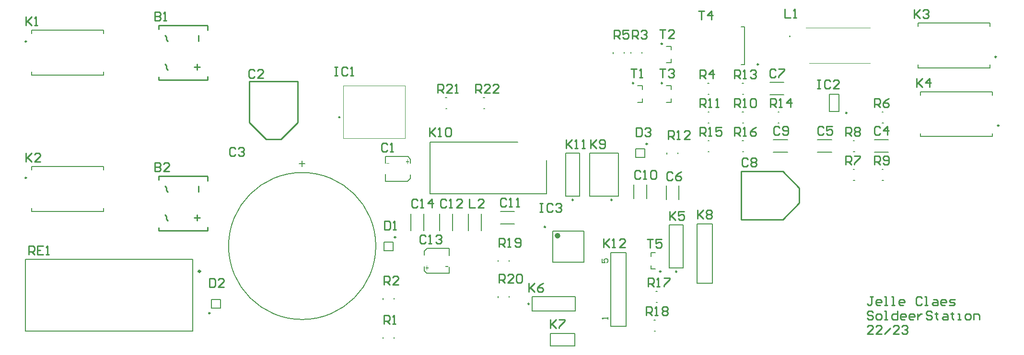
<source format=gto>
G04*
G04 #@! TF.GenerationSoftware,Altium Limited,Altium Designer,23.2.1 (34)*
G04*
G04 Layer_Color=65535*
%FSLAX44Y44*%
%MOMM*%
G71*
G04*
G04 #@! TF.SameCoordinates,88D0D14B-AD0B-4371-A2B6-2D90086A33F9*
G04*
G04*
G04 #@! TF.FilePolarity,Positive*
G04*
G01*
G75*
%ADD10C,0.2500*%
%ADD11C,0.2000*%
%ADD12C,0.4000*%
%ADD13C,0.5000*%
%ADD14C,0.3000*%
%ADD15C,0.2540*%
%ADD16C,0.1524*%
%ADD17C,0.1000*%
G36*
X760620Y172345D02*
X755461D01*
Y173635D01*
X760620D01*
Y172345D01*
D02*
G37*
G36*
X723720Y170915D02*
X725966D01*
Y169625D01*
X723720D01*
Y165716D01*
X722430D01*
Y169625D01*
X720807D01*
Y170915D01*
X722430D01*
Y174316D01*
X723720D01*
Y170915D01*
D02*
G37*
G36*
X656779Y354685D02*
X651619D01*
Y355975D01*
X656779D01*
Y354685D01*
D02*
G37*
G36*
X689809Y358695D02*
X691433D01*
Y357405D01*
X689809D01*
Y354004D01*
X688520D01*
Y357405D01*
X686273D01*
Y358695D01*
X688520D01*
Y362604D01*
X689809D01*
Y358695D01*
D02*
G37*
D10*
X1464970Y444780D02*
G03*
X1464970Y444780I-1250J0D01*
G01*
X932815Y242880D02*
G03*
X932815Y242880I-1250J0D01*
G01*
X16020Y571180D02*
G03*
X16020Y571180I-1250J0D01*
G01*
Y329880D02*
G03*
X16020Y329880I-1250J0D01*
G01*
X1308770Y530580D02*
G03*
X1308770Y530580I-1250J0D01*
G01*
X1733470Y422280D02*
G03*
X1733470Y422280I-1250J0D01*
G01*
X1728920Y543880D02*
G03*
X1728920Y543880I-1250J0D01*
G01*
X1050270Y290680D02*
G03*
X1050270Y290680I-1250J0D01*
G01*
X981690D02*
G03*
X981690Y290680I-1250J0D01*
G01*
X904070Y106680D02*
G03*
X904070Y106680I-1250J0D01*
G01*
X1164570Y163680D02*
G03*
X1164570Y163680I-1250J0D01*
G01*
X340170Y90330D02*
G03*
X340170Y90330I-1250J0D01*
G01*
X668170Y224630D02*
G03*
X668170Y224630I-1250J0D01*
G01*
X1139170Y566980D02*
G03*
X1139170Y566980I-1250J0D01*
G01*
Y497180D02*
G03*
X1139170Y497180I-1250J0D01*
G01*
X1088370D02*
G03*
X1088370Y497180I-1250J0D01*
G01*
X1136470Y163880D02*
G03*
X1136470Y163880I-1250J0D01*
G01*
X1112670Y389730D02*
G03*
X1112670Y389730I-1250J0D01*
G01*
D11*
X632920Y209080D02*
G03*
X632920Y209080I-130000J0D01*
G01*
X1364070Y580880D02*
G03*
X1364070Y578880I0J-1000D01*
G01*
D02*
G03*
X1364070Y580880I0J1000D01*
G01*
X1434220Y477780D02*
X1451220D01*
X1434220Y446780D02*
X1451220D01*
X1434220D02*
Y477780D01*
X1451220Y446780D02*
Y477780D01*
X497840Y354660D02*
X508000D01*
X502920Y349580D02*
Y359740D01*
X1048270Y197080D02*
X1075170D01*
X1048270Y67080D02*
Y197080D01*
Y67080D02*
X1075170D01*
Y197080D01*
X14170Y90170D02*
Y153670D01*
X309250Y58420D02*
Y185420D01*
X14170Y58420D02*
Y90170D01*
Y58420D02*
X309250D01*
X14170Y153670D02*
Y185420D01*
X15594D01*
X309250D01*
X664972Y45900D02*
Y47900D01*
X645668Y45614D02*
Y47614D01*
X664972Y114946D02*
Y116946D01*
X645668Y114660D02*
Y116660D01*
X1103122Y550450D02*
Y552450D01*
X1083818Y550164D02*
Y552164D01*
X1219486Y478028D02*
X1221486D01*
X1219200Y497332D02*
X1221200D01*
X1052068Y549910D02*
Y551910D01*
X1071372Y550196D02*
Y552196D01*
X1527154Y446532D02*
X1529154D01*
X1527440Y427228D02*
X1529440D01*
X1476640Y325628D02*
X1478640D01*
X1476354Y344932D02*
X1478354D01*
X1476354Y395732D02*
X1478354D01*
X1476640Y376428D02*
X1478640D01*
X1527440Y325628D02*
X1529440D01*
X1527154Y344932D02*
X1529154D01*
X1280054Y446532D02*
X1282054D01*
X1280340Y427228D02*
X1282340D01*
X1219740D02*
X1221740D01*
X1219454Y446532D02*
X1221454D01*
X1166622Y372396D02*
Y374396D01*
X1147318Y372110D02*
Y374110D01*
X1280340Y478028D02*
X1282340D01*
X1280054Y497332D02*
X1282054D01*
X1343004Y446532D02*
X1345004D01*
X1343290Y427228D02*
X1345290D01*
X1219740Y376428D02*
X1221740D01*
X1219454Y395732D02*
X1221454D01*
X1280054D02*
X1282054D01*
X1280340Y376428D02*
X1282340D01*
X1127940Y109728D02*
X1129940D01*
X1127654Y129032D02*
X1129654D01*
X1124204Y78232D02*
X1126204D01*
X1124490Y58928D02*
X1126490D01*
X868172Y182150D02*
Y184150D01*
X848868Y181864D02*
Y183864D01*
X868172Y118396D02*
Y120396D01*
X848868Y118110D02*
Y120110D01*
X756190Y452628D02*
X758190D01*
X755904Y471932D02*
X757904D01*
X822854D02*
X824854D01*
X823140Y452628D02*
X825140D01*
X945320Y235780D02*
X1000320D01*
Y180780D02*
Y235780D01*
X945320Y180780D02*
X1000320D01*
X945320D02*
Y235780D01*
X25270Y511680D02*
Y517180D01*
Y511680D02*
X152270D01*
Y517180D01*
Y585180D02*
Y590680D01*
X25270D02*
X152270D01*
X25270Y585180D02*
Y590680D01*
Y270380D02*
Y275880D01*
Y270380D02*
X152270D01*
Y275880D01*
Y343880D02*
Y349380D01*
X25270D02*
X152270D01*
X25270Y343880D02*
Y349380D01*
X1412797Y374830D02*
X1437859D01*
X1412797Y397330D02*
X1437859D01*
X1334939D02*
X1360001D01*
X1334939Y374830D02*
X1360001D01*
X1328589Y476430D02*
X1353651D01*
X1328589Y498930D02*
X1353651D01*
X1168220Y290999D02*
Y316061D01*
X1145720Y290999D02*
Y316061D01*
X1513397Y374830D02*
X1538459D01*
X1513397Y397330D02*
X1538459D01*
X1278020Y597380D02*
X1284020D01*
Y530380D02*
Y597380D01*
X1278020Y530380D02*
X1284020D01*
X1721720Y402780D02*
Y408280D01*
X1594720Y402780D02*
X1721720D01*
X1594720D02*
Y408280D01*
Y476280D02*
Y481780D01*
X1721720D01*
Y476280D02*
Y481780D01*
X1717170Y524380D02*
Y529880D01*
X1590170Y524380D02*
X1717170D01*
X1590170D02*
Y529880D01*
Y597880D02*
Y603380D01*
X1717170D01*
Y597880D02*
Y603380D01*
X1010919Y297182D02*
X1061719D01*
Y373382D01*
X1010919D02*
X1061719D01*
X1010919Y297182D02*
Y373382D01*
X967990Y373380D02*
X992890D01*
X967990Y297180D02*
X992890D01*
Y373380D01*
X967990Y297180D02*
Y373380D01*
X985520Y94230D02*
Y119130D01*
X909320Y94230D02*
Y119130D01*
Y94230D02*
X985520D01*
X909320Y119130D02*
X985520D01*
X1150870Y246380D02*
X1175770D01*
X1150870Y170180D02*
X1175770D01*
Y246380D01*
X1150870Y170180D02*
Y246380D01*
X941070Y54180D02*
X984570D01*
Y32180D02*
Y54180D01*
X941070Y32180D02*
X984570D01*
X941070D02*
Y54180D01*
X1200670Y247880D02*
X1227570D01*
X1200670Y143280D02*
Y247880D01*
Y143280D02*
X1227570D01*
Y247880D01*
X852997Y247830D02*
X878059D01*
X852997Y270330D02*
X878059D01*
X1111070Y292657D02*
Y317719D01*
X1088570Y292657D02*
Y317719D01*
X342270Y98880D02*
X358770D01*
Y114480D01*
X342270D02*
X358770D01*
X342270Y98880D02*
Y114480D01*
X647070Y216080D02*
X663570D01*
X647070Y200480D02*
Y216080D01*
Y200480D02*
X663570D01*
Y216080D01*
X1154420Y533380D02*
Y539980D01*
X1146270Y533380D02*
X1154420D01*
Y555980D02*
Y562580D01*
X1146270D02*
X1154420D01*
Y463580D02*
Y470180D01*
X1146270Y463580D02*
X1154420D01*
Y486180D02*
Y492780D01*
X1146270D02*
X1154420D01*
X1103620Y463580D02*
Y470180D01*
X1095470Y463580D02*
X1103620D01*
Y486180D02*
Y492780D01*
X1095470D02*
X1103620D01*
X1118720Y190880D02*
Y197480D01*
X1126870D01*
X1118720Y168280D02*
Y174880D01*
Y168280D02*
X1126870D01*
X796439Y236541D02*
Y265603D01*
X819001Y236541D02*
Y265603D01*
X717401Y236541D02*
Y265603D01*
X694839Y236541D02*
Y265603D01*
X768201Y236541D02*
Y265603D01*
X745639Y236541D02*
Y265603D01*
X1091570Y381180D02*
X1108070D01*
X1091570Y365580D02*
Y381180D01*
Y365580D02*
X1108070D01*
Y381180D01*
X728520Y392730D02*
X883920D01*
X728520Y301230D02*
Y392730D01*
Y301230D02*
X934720D01*
Y360680D01*
D12*
X322479Y164380D02*
G03*
X322479Y164380I-1259J0D01*
G01*
D13*
X956320Y227280D02*
G03*
X956320Y227280I-2500J0D01*
G01*
D14*
X567920Y436880D02*
G03*
X568920Y436880I500J0D01*
G01*
D02*
G03*
X567920Y436880I-500J0D01*
G01*
D15*
X450049Y398018D02*
X465328D01*
X494620Y427310D01*
X409620Y427400D02*
X439002Y398018D01*
X409620Y427400D02*
Y500380D01*
X494620D01*
Y427310D02*
Y500380D01*
X439002Y398018D02*
X450049D01*
X1380772Y285332D02*
Y296379D01*
X1278410Y340950D02*
X1351480D01*
X1278410Y255950D02*
Y340950D01*
Y255950D02*
X1351390D01*
X1380772Y285332D01*
X1351480Y340950D02*
X1380772Y311658D01*
Y296379D02*
Y311658D01*
X249100Y593090D02*
Y599457D01*
X297377D01*
X335263D02*
X336110Y598610D01*
Y590804D02*
Y598610D01*
X297377Y502903D02*
X336110D01*
Y508762D01*
X297377Y599457D02*
X335263D01*
X292100Y502903D02*
X297377D01*
X249100D02*
X292100D01*
X249100D02*
Y508508D01*
Y236203D02*
Y241808D01*
Y236203D02*
X292100D01*
X297377D01*
Y332757D02*
X335263D01*
X336110Y236203D02*
Y242062D01*
X297377Y236203D02*
X336110D01*
Y324104D02*
Y331910D01*
X335263Y332757D02*
X336110Y331910D01*
X249100Y332757D02*
X297377D01*
X249100Y326390D02*
Y332757D01*
X384553Y380996D02*
X382014Y383535D01*
X376935D01*
X374396Y380996D01*
Y370839D01*
X376935Y368300D01*
X382014D01*
X384553Y370839D01*
X389631Y380996D02*
X392170Y383535D01*
X397249D01*
X399788Y380996D01*
Y378457D01*
X397249Y375918D01*
X394709D01*
X397249D01*
X399788Y373378D01*
Y370839D01*
X397249Y368300D01*
X392170D01*
X389631Y370839D01*
X1511297Y53340D02*
X1501140D01*
X1511297Y63497D01*
Y66036D01*
X1508757Y68575D01*
X1503679D01*
X1501140Y66036D01*
X1526532Y53340D02*
X1516375D01*
X1526532Y63497D01*
Y66036D01*
X1523993Y68575D01*
X1518914D01*
X1516375Y66036D01*
X1531610Y53340D02*
X1541767Y63497D01*
X1557002Y53340D02*
X1546845D01*
X1557002Y63497D01*
Y66036D01*
X1554463Y68575D01*
X1549384D01*
X1546845Y66036D01*
X1562080D02*
X1564619Y68575D01*
X1569698D01*
X1572237Y66036D01*
Y63497D01*
X1569698Y60957D01*
X1567159D01*
X1569698D01*
X1572237Y58418D01*
Y55879D01*
X1569698Y53340D01*
X1564619D01*
X1562080Y55879D01*
X1511297Y91436D02*
X1508757Y93975D01*
X1503679D01*
X1501140Y91436D01*
Y88897D01*
X1503679Y86357D01*
X1508757D01*
X1511297Y83818D01*
Y81279D01*
X1508757Y78740D01*
X1503679D01*
X1501140Y81279D01*
X1518914Y78740D02*
X1523993D01*
X1526532Y81279D01*
Y86357D01*
X1523993Y88897D01*
X1518914D01*
X1516375Y86357D01*
Y81279D01*
X1518914Y78740D01*
X1531610D02*
X1536689D01*
X1534149D01*
Y93975D01*
X1531610D01*
X1554463D02*
Y78740D01*
X1546845D01*
X1544306Y81279D01*
Y86357D01*
X1546845Y88897D01*
X1554463D01*
X1567159Y78740D02*
X1562080D01*
X1559541Y81279D01*
Y86357D01*
X1562080Y88897D01*
X1567159D01*
X1569698Y86357D01*
Y83818D01*
X1559541D01*
X1582394Y78740D02*
X1577315D01*
X1574776Y81279D01*
Y86357D01*
X1577315Y88897D01*
X1582394D01*
X1584933Y86357D01*
Y83818D01*
X1574776D01*
X1590011Y88897D02*
Y78740D01*
Y83818D01*
X1592550Y86357D01*
X1595090Y88897D01*
X1597629D01*
X1615403Y91436D02*
X1612864Y93975D01*
X1607785D01*
X1605246Y91436D01*
Y88897D01*
X1607785Y86357D01*
X1612864D01*
X1615403Y83818D01*
Y81279D01*
X1612864Y78740D01*
X1607785D01*
X1605246Y81279D01*
X1623021Y91436D02*
Y88897D01*
X1620481D01*
X1625560D01*
X1623021D01*
Y81279D01*
X1625560Y78740D01*
X1635717Y88897D02*
X1640795D01*
X1643334Y86357D01*
Y78740D01*
X1635717D01*
X1633177Y81279D01*
X1635717Y83818D01*
X1643334D01*
X1650952Y91436D02*
Y88897D01*
X1648412D01*
X1653491D01*
X1650952D01*
Y81279D01*
X1653491Y78740D01*
X1661108D02*
X1666187D01*
X1663647D01*
Y88897D01*
X1661108D01*
X1676343Y78740D02*
X1681422D01*
X1683961Y81279D01*
Y86357D01*
X1681422Y88897D01*
X1676343D01*
X1673804Y86357D01*
Y81279D01*
X1676343Y78740D01*
X1689039D02*
Y88897D01*
X1696657D01*
X1699196Y86357D01*
Y78740D01*
X1511297Y119375D02*
X1506218D01*
X1508757D01*
Y106679D01*
X1506218Y104140D01*
X1503679D01*
X1501140Y106679D01*
X1523993Y104140D02*
X1518914D01*
X1516375Y106679D01*
Y111757D01*
X1518914Y114297D01*
X1523993D01*
X1526532Y111757D01*
Y109218D01*
X1516375D01*
X1531610Y104140D02*
X1536689D01*
X1534149D01*
Y119375D01*
X1531610D01*
X1544306Y104140D02*
X1549384D01*
X1546845D01*
Y119375D01*
X1544306D01*
X1564619Y104140D02*
X1559541D01*
X1557002Y106679D01*
Y111757D01*
X1559541Y114297D01*
X1564619D01*
X1567159Y111757D01*
Y109218D01*
X1557002D01*
X1597629Y116836D02*
X1595090Y119375D01*
X1590011D01*
X1587472Y116836D01*
Y106679D01*
X1590011Y104140D01*
X1595090D01*
X1597629Y106679D01*
X1602707Y104140D02*
X1607785D01*
X1605246D01*
Y119375D01*
X1602707D01*
X1617942Y114297D02*
X1623021D01*
X1625560Y111757D01*
Y104140D01*
X1617942D01*
X1615403Y106679D01*
X1617942Y109218D01*
X1625560D01*
X1638256Y104140D02*
X1633177D01*
X1630638Y106679D01*
Y111757D01*
X1633177Y114297D01*
X1638256D01*
X1640795Y111757D01*
Y109218D01*
X1630638D01*
X1645873Y104140D02*
X1653491D01*
X1656030Y106679D01*
X1653491Y109218D01*
X1648412D01*
X1645873Y111757D01*
X1648412Y114297D01*
X1656030D01*
X260350Y581660D02*
X262889Y579121D01*
Y574042D01*
X265428Y571503D01*
X260350Y530860D02*
X262889Y528321D01*
Y523242D01*
X265429Y520703D01*
X320040Y581660D02*
Y571503D01*
X317498Y531114D02*
Y520957D01*
X322577Y526036D02*
X312420D01*
X317498Y264414D02*
Y254257D01*
X322577Y259336D02*
X312420D01*
X320040Y314960D02*
Y304803D01*
X260350Y264160D02*
X262889Y261621D01*
Y256542D01*
X265429Y254003D01*
X260350Y314960D02*
X262889Y312421D01*
Y307342D01*
X265428Y304803D01*
X653031Y388870D02*
X650491Y391409D01*
X645413D01*
X642874Y388870D01*
Y378713D01*
X645413Y376174D01*
X650491D01*
X653031Y378713D01*
X658109Y376174D02*
X663187D01*
X660648D01*
Y391409D01*
X658109Y388870D01*
X1202690Y625343D02*
X1212847D01*
X1207768D01*
Y610108D01*
X1225543D02*
Y625343D01*
X1217925Y617725D01*
X1228082D01*
X721357Y226310D02*
X718818Y228849D01*
X713739D01*
X711200Y226310D01*
Y216153D01*
X713739Y213614D01*
X718818D01*
X721357Y216153D01*
X726435Y213614D02*
X731513D01*
X728974D01*
Y228849D01*
X726435Y226310D01*
X739131D02*
X741670Y228849D01*
X746749D01*
X749288Y226310D01*
Y223771D01*
X746749Y221231D01*
X744209D01*
X746749D01*
X749288Y218692D01*
Y216153D01*
X746749Y213614D01*
X741670D01*
X739131Y216153D01*
X1112012Y221483D02*
X1122169D01*
X1117090D01*
Y206248D01*
X1137404Y221483D02*
X1127247D01*
Y213866D01*
X1132325Y216405D01*
X1134865D01*
X1137404Y213866D01*
Y208787D01*
X1134865Y206248D01*
X1129786D01*
X1127247Y208787D01*
X1134618Y522473D02*
X1144775D01*
X1139696D01*
Y507238D01*
X1149853Y519934D02*
X1152392Y522473D01*
X1157471D01*
X1160010Y519934D01*
Y517395D01*
X1157471Y514855D01*
X1154931D01*
X1157471D01*
X1160010Y512316D01*
Y509777D01*
X1157471Y507238D01*
X1152392D01*
X1149853Y509777D01*
X1134618Y592323D02*
X1144775D01*
X1139696D01*
Y577088D01*
X1160010D02*
X1149853D01*
X1160010Y587245D01*
Y589784D01*
X1157471Y592323D01*
X1152392D01*
X1149853Y589784D01*
X1083818Y522473D02*
X1093975D01*
X1088896D01*
Y507238D01*
X1099053D02*
X1104131D01*
X1101592D01*
Y522473D01*
X1099053Y519934D01*
X20320Y194056D02*
Y209291D01*
X27938D01*
X30477Y206752D01*
Y201674D01*
X27938Y199134D01*
X20320D01*
X25398D02*
X30477Y194056D01*
X45712Y209291D02*
X35555D01*
Y194056D01*
X45712D01*
X35555Y201674D02*
X40633D01*
X50790Y194056D02*
X55869D01*
X53329D01*
Y209291D01*
X50790Y206752D01*
X809244Y480060D02*
Y495295D01*
X816861D01*
X819401Y492756D01*
Y487677D01*
X816861Y485138D01*
X809244D01*
X814322D02*
X819401Y480060D01*
X834636D02*
X824479D01*
X834636Y490217D01*
Y492756D01*
X832097Y495295D01*
X827018D01*
X824479Y492756D01*
X849871Y480060D02*
X839714D01*
X849871Y490217D01*
Y492756D01*
X847332Y495295D01*
X842253D01*
X839714Y492756D01*
X742188Y480060D02*
Y495295D01*
X749806D01*
X752345Y492756D01*
Y487677D01*
X749806Y485138D01*
X742188D01*
X747266D02*
X752345Y480060D01*
X767580D02*
X757423D01*
X767580Y490217D01*
Y492756D01*
X765041Y495295D01*
X759962D01*
X757423Y492756D01*
X772658Y480060D02*
X777737D01*
X775197D01*
Y495295D01*
X772658Y492756D01*
X850900Y144272D02*
Y159507D01*
X858518D01*
X861057Y156968D01*
Y151889D01*
X858518Y149350D01*
X850900D01*
X855978D02*
X861057Y144272D01*
X876292D02*
X866135D01*
X876292Y154429D01*
Y156968D01*
X873753Y159507D01*
X868674D01*
X866135Y156968D01*
X881370D02*
X883909Y159507D01*
X888988D01*
X891527Y156968D01*
Y146811D01*
X888988Y144272D01*
X883909D01*
X881370Y146811D01*
Y156968D01*
X850900Y207772D02*
Y223007D01*
X858518D01*
X861057Y220468D01*
Y215389D01*
X858518Y212850D01*
X850900D01*
X855978D02*
X861057Y207772D01*
X866135D02*
X871213D01*
X868674D01*
Y223007D01*
X866135Y220468D01*
X878831Y210311D02*
X881370Y207772D01*
X886449D01*
X888988Y210311D01*
Y220468D01*
X886449Y223007D01*
X881370D01*
X878831Y220468D01*
Y217929D01*
X881370Y215389D01*
X888988D01*
X1110488Y86360D02*
Y101595D01*
X1118105D01*
X1120645Y99056D01*
Y93977D01*
X1118105Y91438D01*
X1110488D01*
X1115566D02*
X1120645Y86360D01*
X1125723D02*
X1130801D01*
X1128262D01*
Y101595D01*
X1125723Y99056D01*
X1138419D02*
X1140958Y101595D01*
X1146037D01*
X1148576Y99056D01*
Y96517D01*
X1146037Y93977D01*
X1148576Y91438D01*
Y88899D01*
X1146037Y86360D01*
X1140958D01*
X1138419Y88899D01*
Y91438D01*
X1140958Y93977D01*
X1138419Y96517D01*
Y99056D01*
X1140958Y93977D02*
X1146037D01*
X1114044Y137160D02*
Y152395D01*
X1121662D01*
X1124201Y149856D01*
Y144777D01*
X1121662Y142238D01*
X1114044D01*
X1119122D02*
X1124201Y137160D01*
X1129279D02*
X1134357D01*
X1131818D01*
Y152395D01*
X1129279Y149856D01*
X1141975Y152395D02*
X1152132D01*
Y149856D01*
X1141975Y139699D01*
Y137160D01*
X1266444Y403860D02*
Y419095D01*
X1274062D01*
X1276601Y416556D01*
Y411478D01*
X1274062Y408938D01*
X1266444D01*
X1271522D02*
X1276601Y403860D01*
X1281679D02*
X1286757D01*
X1284218D01*
Y419095D01*
X1281679Y416556D01*
X1304532Y419095D02*
X1299453Y416556D01*
X1294375Y411478D01*
Y406399D01*
X1296914Y403860D01*
X1301992D01*
X1304532Y406399D01*
Y408938D01*
X1301992Y411478D01*
X1294375D01*
X1205738Y403860D02*
Y419095D01*
X1213355D01*
X1215895Y416556D01*
Y411478D01*
X1213355Y408938D01*
X1205738D01*
X1210816D02*
X1215895Y403860D01*
X1220973D02*
X1226051D01*
X1223512D01*
Y419095D01*
X1220973Y416556D01*
X1243826Y419095D02*
X1233669D01*
Y411478D01*
X1238747Y414017D01*
X1241286D01*
X1243826Y411478D01*
Y406399D01*
X1241286Y403860D01*
X1236208D01*
X1233669Y406399D01*
X1329436Y454660D02*
Y469895D01*
X1337054D01*
X1339593Y467356D01*
Y462277D01*
X1337054Y459738D01*
X1329436D01*
X1334514D02*
X1339593Y454660D01*
X1344671D02*
X1349749D01*
X1347210D01*
Y469895D01*
X1344671Y467356D01*
X1364984Y454660D02*
Y469895D01*
X1357367Y462277D01*
X1367524D01*
X1266444Y505460D02*
Y520695D01*
X1274062D01*
X1276601Y518156D01*
Y513078D01*
X1274062Y510538D01*
X1266444D01*
X1271522D02*
X1276601Y505460D01*
X1281679D02*
X1286757D01*
X1284218D01*
Y520695D01*
X1281679Y518156D01*
X1294375D02*
X1296914Y520695D01*
X1301992D01*
X1304532Y518156D01*
Y515617D01*
X1301992Y513078D01*
X1299453D01*
X1301992D01*
X1304532Y510538D01*
Y507999D01*
X1301992Y505460D01*
X1296914D01*
X1294375Y507999D01*
X1149350Y398272D02*
Y413507D01*
X1156967D01*
X1159507Y410968D01*
Y405890D01*
X1156967Y403350D01*
X1149350D01*
X1154428D02*
X1159507Y398272D01*
X1164585D02*
X1169663D01*
X1167124D01*
Y413507D01*
X1164585Y410968D01*
X1187438Y398272D02*
X1177281D01*
X1187438Y408429D01*
Y410968D01*
X1184899Y413507D01*
X1179820D01*
X1177281Y410968D01*
X1205738Y454660D02*
Y469895D01*
X1213355D01*
X1215895Y467356D01*
Y462277D01*
X1213355Y459738D01*
X1205738D01*
X1210816D02*
X1215895Y454660D01*
X1220973D02*
X1226051D01*
X1223512D01*
Y469895D01*
X1220973Y467356D01*
X1233669Y454660D02*
X1238747D01*
X1236208D01*
Y469895D01*
X1233669Y467356D01*
X1266444Y454660D02*
Y469895D01*
X1274062D01*
X1276601Y467356D01*
Y462277D01*
X1274062Y459738D01*
X1266444D01*
X1271522D02*
X1276601Y454660D01*
X1281679D02*
X1286757D01*
X1284218D01*
Y469895D01*
X1281679Y467356D01*
X1294375D02*
X1296914Y469895D01*
X1301992D01*
X1304532Y467356D01*
Y457199D01*
X1301992Y454660D01*
X1296914D01*
X1294375Y457199D01*
Y467356D01*
X1513586Y353060D02*
Y368295D01*
X1521203D01*
X1523743Y365756D01*
Y360677D01*
X1521203Y358138D01*
X1513586D01*
X1518664D02*
X1523743Y353060D01*
X1528821Y355599D02*
X1531360Y353060D01*
X1536439D01*
X1538978Y355599D01*
Y365756D01*
X1536439Y368295D01*
X1531360D01*
X1528821Y365756D01*
Y363217D01*
X1531360Y360677D01*
X1538978D01*
X1462786Y403860D02*
Y419095D01*
X1470403D01*
X1472943Y416556D01*
Y411478D01*
X1470403Y408938D01*
X1462786D01*
X1467864D02*
X1472943Y403860D01*
X1478021Y416556D02*
X1480560Y419095D01*
X1485639D01*
X1488178Y416556D01*
Y414017D01*
X1485639Y411478D01*
X1488178Y408938D01*
Y406399D01*
X1485639Y403860D01*
X1480560D01*
X1478021Y406399D01*
Y408938D01*
X1480560Y411478D01*
X1478021Y414017D01*
Y416556D01*
X1480560Y411478D02*
X1485639D01*
X1462786Y353060D02*
Y368295D01*
X1470403D01*
X1472943Y365756D01*
Y360677D01*
X1470403Y358138D01*
X1462786D01*
X1467864D02*
X1472943Y353060D01*
X1478021Y368295D02*
X1488178D01*
Y365756D01*
X1478021Y355599D01*
Y353060D01*
X1513586Y454660D02*
Y469895D01*
X1521203D01*
X1523743Y467356D01*
Y462277D01*
X1521203Y459738D01*
X1513586D01*
X1518664D02*
X1523743Y454660D01*
X1538978Y469895D02*
X1533899Y467356D01*
X1528821Y462277D01*
Y457199D01*
X1531360Y454660D01*
X1536439D01*
X1538978Y457199D01*
Y459738D01*
X1536439Y462277D01*
X1528821D01*
X1054100Y576072D02*
Y591307D01*
X1061718D01*
X1064257Y588768D01*
Y583689D01*
X1061718Y581150D01*
X1054100D01*
X1059178D02*
X1064257Y576072D01*
X1079492Y591307D02*
X1069335D01*
Y583689D01*
X1074413Y586229D01*
X1076953D01*
X1079492Y583689D01*
Y578611D01*
X1076953Y576072D01*
X1071874D01*
X1069335Y578611D01*
X1205738Y505460D02*
Y520695D01*
X1213355D01*
X1215895Y518156D01*
Y513078D01*
X1213355Y510538D01*
X1205738D01*
X1210816D02*
X1215895Y505460D01*
X1228591D02*
Y520695D01*
X1220973Y513078D01*
X1231130D01*
X1085850Y576072D02*
Y591307D01*
X1093467D01*
X1096007Y588768D01*
Y583689D01*
X1093467Y581150D01*
X1085850D01*
X1090928D02*
X1096007Y576072D01*
X1101085Y588768D02*
X1103624Y591307D01*
X1108703D01*
X1111242Y588768D01*
Y586229D01*
X1108703Y583689D01*
X1106163D01*
X1108703D01*
X1111242Y581150D01*
Y578611D01*
X1108703Y576072D01*
X1103624D01*
X1101085Y578611D01*
X647700Y140716D02*
Y155951D01*
X655318D01*
X657857Y153412D01*
Y148334D01*
X655318Y145794D01*
X647700D01*
X652778D02*
X657857Y140716D01*
X673092D02*
X662935D01*
X673092Y150873D01*
Y153412D01*
X670553Y155951D01*
X665474D01*
X662935Y153412D01*
X647700Y71374D02*
Y86609D01*
X655318D01*
X657857Y84070D01*
Y78991D01*
X655318Y76452D01*
X647700D01*
X652778D02*
X657857Y71374D01*
X662935D02*
X668013D01*
X665474D01*
Y86609D01*
X662935Y84070D01*
X798068Y291841D02*
Y276606D01*
X808225D01*
X823460D02*
X813303D01*
X823460Y286763D01*
Y289302D01*
X820921Y291841D01*
X815842D01*
X813303Y289302D01*
X1355090Y628645D02*
Y613410D01*
X1365247D01*
X1370325D02*
X1375403D01*
X1372864D01*
Y628645D01*
X1370325Y626106D01*
X1035558Y222245D02*
Y207010D01*
Y212088D01*
X1045715Y222245D01*
X1038097Y214627D01*
X1045715Y207010D01*
X1050793D02*
X1055871D01*
X1053332D01*
Y222245D01*
X1050793Y219706D01*
X1073646Y207010D02*
X1063489D01*
X1073646Y217167D01*
Y219706D01*
X1071106Y222245D01*
X1066028D01*
X1063489Y219706D01*
X969264Y397505D02*
Y382270D01*
Y387348D01*
X979421Y397505D01*
X971803Y389888D01*
X979421Y382270D01*
X984499D02*
X989577D01*
X987038D01*
Y397505D01*
X984499Y394966D01*
X997195Y382270D02*
X1002273D01*
X999734D01*
Y397505D01*
X997195Y394966D01*
X728218Y418333D02*
Y403098D01*
Y408176D01*
X738375Y418333D01*
X730757Y410715D01*
X738375Y403098D01*
X743453D02*
X748531D01*
X745992D01*
Y418333D01*
X743453Y415794D01*
X756149D02*
X758688Y418333D01*
X763766D01*
X766306Y415794D01*
Y405637D01*
X763766Y403098D01*
X758688D01*
X756149Y405637D01*
Y415794D01*
X1012190Y397505D02*
Y382270D01*
Y387348D01*
X1022347Y397505D01*
X1014729Y389888D01*
X1022347Y382270D01*
X1027425Y384809D02*
X1029964Y382270D01*
X1035043D01*
X1037582Y384809D01*
Y394966D01*
X1035043Y397505D01*
X1029964D01*
X1027425Y394966D01*
Y392427D01*
X1029964Y389888D01*
X1037582D01*
X1200912Y273045D02*
Y257810D01*
Y262888D01*
X1211069Y273045D01*
X1203451Y265427D01*
X1211069Y257810D01*
X1216147Y270506D02*
X1218686Y273045D01*
X1223765D01*
X1226304Y270506D01*
Y267967D01*
X1223765Y265427D01*
X1226304Y262888D01*
Y260349D01*
X1223765Y257810D01*
X1218686D01*
X1216147Y260349D01*
Y262888D01*
X1218686Y265427D01*
X1216147Y267967D01*
Y270506D01*
X1218686Y265427D02*
X1223765D01*
X941578Y78989D02*
Y63754D01*
Y68832D01*
X951735Y78989D01*
X944117Y71371D01*
X951735Y63754D01*
X956813Y78989D02*
X966970D01*
Y76450D01*
X956813Y66293D01*
Y63754D01*
X902970Y143251D02*
Y128016D01*
Y133094D01*
X913127Y143251D01*
X905509Y135633D01*
X913127Y128016D01*
X928362Y143251D02*
X923283Y140712D01*
X918205Y135633D01*
Y130555D01*
X920744Y128016D01*
X925823D01*
X928362Y130555D01*
Y133094D01*
X925823Y135633D01*
X918205D01*
X1152144Y270505D02*
Y255270D01*
Y260348D01*
X1162301Y270505D01*
X1154683Y262887D01*
X1162301Y255270D01*
X1177536Y270505D02*
X1167379D01*
Y262887D01*
X1172457Y265427D01*
X1174997D01*
X1177536Y262887D01*
Y257809D01*
X1174997Y255270D01*
X1169918D01*
X1167379Y257809D01*
X1588008Y505963D02*
Y490728D01*
Y495806D01*
X1598165Y505963D01*
X1590547Y498345D01*
X1598165Y490728D01*
X1610861D02*
Y505963D01*
X1603243Y498345D01*
X1613400D01*
X1583436Y627375D02*
Y612140D01*
Y617218D01*
X1593593Y627375D01*
X1585975Y619757D01*
X1593593Y612140D01*
X1598671Y624836D02*
X1601210Y627375D01*
X1606289D01*
X1608828Y624836D01*
Y622297D01*
X1606289Y619757D01*
X1603749D01*
X1606289D01*
X1608828Y617218D01*
Y614679D01*
X1606289Y612140D01*
X1601210D01*
X1598671Y614679D01*
X14732Y373375D02*
Y358140D01*
Y363218D01*
X24889Y373375D01*
X17271Y365757D01*
X24889Y358140D01*
X40124D02*
X29967D01*
X40124Y368297D01*
Y370836D01*
X37585Y373375D01*
X32506D01*
X29967Y370836D01*
X14732Y614675D02*
Y599440D01*
Y604518D01*
X24889Y614675D01*
X17271Y607057D01*
X24889Y599440D01*
X29967D02*
X35045D01*
X32506D01*
Y614675D01*
X29967Y612136D01*
X922274Y284221D02*
X927352D01*
X924813D01*
Y268986D01*
X922274D01*
X927352D01*
X945127Y281682D02*
X942587Y284221D01*
X937509D01*
X934970Y281682D01*
Y271525D01*
X937509Y268986D01*
X942587D01*
X945127Y271525D01*
X950205Y281682D02*
X952744Y284221D01*
X957822D01*
X960362Y281682D01*
Y279143D01*
X957822Y276604D01*
X955283D01*
X957822D01*
X960362Y274064D01*
Y271525D01*
X957822Y268986D01*
X952744D01*
X950205Y271525D01*
X1413002Y503423D02*
X1418080D01*
X1415541D01*
Y488188D01*
X1413002D01*
X1418080D01*
X1435855Y500884D02*
X1433315Y503423D01*
X1428237D01*
X1425698Y500884D01*
Y490727D01*
X1428237Y488188D01*
X1433315D01*
X1435855Y490727D01*
X1451090Y488188D02*
X1440933D01*
X1451090Y498345D01*
Y500884D01*
X1448551Y503423D01*
X1443472D01*
X1440933Y500884D01*
X560070Y526283D02*
X565148D01*
X562609D01*
Y511048D01*
X560070D01*
X565148D01*
X582923Y523744D02*
X580383Y526283D01*
X575305D01*
X572766Y523744D01*
Y513587D01*
X575305Y511048D01*
X580383D01*
X582923Y513587D01*
X588001Y511048D02*
X593079D01*
X590540D01*
Y526283D01*
X588001Y523744D01*
X1092962Y418333D02*
Y403098D01*
X1100580D01*
X1103119Y405637D01*
Y415794D01*
X1100580Y418333D01*
X1092962D01*
X1108197Y415794D02*
X1110736Y418333D01*
X1115815D01*
X1118354Y415794D01*
Y413255D01*
X1115815Y410715D01*
X1113275D01*
X1115815D01*
X1118354Y408176D01*
Y405637D01*
X1115815Y403098D01*
X1110736D01*
X1108197Y405637D01*
X338836Y151633D02*
Y136398D01*
X346454D01*
X348993Y138937D01*
Y149094D01*
X346454Y151633D01*
X338836D01*
X364228Y136398D02*
X354071D01*
X364228Y146555D01*
Y149094D01*
X361689Y151633D01*
X356610D01*
X354071Y149094D01*
X648462Y253233D02*
Y237998D01*
X656079D01*
X658619Y240537D01*
Y250694D01*
X656079Y253233D01*
X648462D01*
X663697Y237998D02*
X668775D01*
X666236D01*
Y253233D01*
X663697Y250694D01*
X706625Y289302D02*
X704085Y291841D01*
X699007D01*
X696468Y289302D01*
Y279145D01*
X699007Y276606D01*
X704085D01*
X706625Y279145D01*
X711703Y276606D02*
X716781D01*
X714242D01*
Y291841D01*
X711703Y289302D01*
X732017Y276606D02*
Y291841D01*
X724399Y284223D01*
X734556D01*
X757425Y289302D02*
X754885Y291841D01*
X749807D01*
X747268Y289302D01*
Y279145D01*
X749807Y276606D01*
X754885D01*
X757425Y279145D01*
X762503Y276606D02*
X767581D01*
X765042D01*
Y291841D01*
X762503Y289302D01*
X785356Y276606D02*
X775199D01*
X785356Y286763D01*
Y289302D01*
X782816Y291841D01*
X777738D01*
X775199Y289302D01*
X863597Y291588D02*
X861058Y294127D01*
X855979D01*
X853440Y291588D01*
Y281431D01*
X855979Y278892D01*
X861058D01*
X863597Y281431D01*
X868675Y278892D02*
X873753D01*
X871214D01*
Y294127D01*
X868675Y291588D01*
X881371Y278892D02*
X886449D01*
X883910D01*
Y294127D01*
X881371Y291588D01*
X1100325Y340102D02*
X1097785Y342641D01*
X1092707D01*
X1090168Y340102D01*
Y329945D01*
X1092707Y327406D01*
X1097785D01*
X1100325Y329945D01*
X1105403Y327406D02*
X1110481D01*
X1107942D01*
Y342641D01*
X1105403Y340102D01*
X1118099D02*
X1120638Y342641D01*
X1125716D01*
X1128256Y340102D01*
Y329945D01*
X1125716Y327406D01*
X1120638D01*
X1118099Y329945D01*
Y340102D01*
X1345689Y418588D02*
X1343150Y421127D01*
X1338071D01*
X1335532Y418588D01*
Y408431D01*
X1338071Y405892D01*
X1343150D01*
X1345689Y408431D01*
X1350767D02*
X1353306Y405892D01*
X1358385D01*
X1360924Y408431D01*
Y418588D01*
X1358385Y421127D01*
X1353306D01*
X1350767Y418588D01*
Y416049D01*
X1353306Y413509D01*
X1360924D01*
X1289809Y362454D02*
X1287269Y364993D01*
X1282191D01*
X1279652Y362454D01*
Y352297D01*
X1282191Y349758D01*
X1287269D01*
X1289809Y352297D01*
X1294887Y362454D02*
X1297426Y364993D01*
X1302505D01*
X1305044Y362454D01*
Y359915D01*
X1302505Y357375D01*
X1305044Y354836D01*
Y352297D01*
X1302505Y349758D01*
X1297426D01*
X1294887Y352297D01*
Y354836D01*
X1297426Y357375D01*
X1294887Y359915D01*
Y362454D01*
X1297426Y357375D02*
X1302505D01*
X1339339Y520188D02*
X1336799Y522727D01*
X1331721D01*
X1329182Y520188D01*
Y510031D01*
X1331721Y507492D01*
X1336799D01*
X1339339Y510031D01*
X1344417Y522727D02*
X1354574D01*
Y520188D01*
X1344417Y510031D01*
Y507492D01*
X1157475Y338324D02*
X1154936Y340863D01*
X1149857D01*
X1147318Y338324D01*
Y328167D01*
X1149857Y325628D01*
X1154936D01*
X1157475Y328167D01*
X1172710Y340863D02*
X1167631Y338324D01*
X1162553Y333246D01*
Y328167D01*
X1165092Y325628D01*
X1170171D01*
X1172710Y328167D01*
Y330706D01*
X1170171Y333246D01*
X1162553D01*
X1423413Y418588D02*
X1420874Y421127D01*
X1415795D01*
X1413256Y418588D01*
Y408431D01*
X1415795Y405892D01*
X1420874D01*
X1423413Y408431D01*
X1438648Y421127D02*
X1428491D01*
Y413509D01*
X1433569Y416049D01*
X1436109D01*
X1438648Y413509D01*
Y408431D01*
X1436109Y405892D01*
X1431030D01*
X1428491Y408431D01*
X1523997Y418588D02*
X1521458Y421127D01*
X1516379D01*
X1513840Y418588D01*
Y408431D01*
X1516379Y405892D01*
X1521458D01*
X1523997Y408431D01*
X1536693Y405892D02*
Y421127D01*
X1529075Y413509D01*
X1539232D01*
X419101Y519428D02*
X416562Y521968D01*
X411483D01*
X408944Y519428D01*
Y509272D01*
X411483Y506732D01*
X416562D01*
X419101Y509272D01*
X434336Y506732D02*
X424179D01*
X434336Y516889D01*
Y519428D01*
X431797Y521968D01*
X426718D01*
X424179Y519428D01*
X242824Y356865D02*
Y341630D01*
X250441D01*
X252981Y344169D01*
Y346708D01*
X250441Y349248D01*
X242824D01*
X250441D01*
X252981Y351787D01*
Y354326D01*
X250441Y356865D01*
X242824D01*
X268216Y341630D02*
X258059D01*
X268216Y351787D01*
Y354326D01*
X265677Y356865D01*
X260598D01*
X258059Y354326D01*
X242824Y623565D02*
Y608330D01*
X250441D01*
X252981Y610869D01*
Y613408D01*
X250441Y615947D01*
X242824D01*
X250441D01*
X252981Y618487D01*
Y621026D01*
X250441Y623565D01*
X242824D01*
X258059Y608330D02*
X263137D01*
X260598D01*
Y623565D01*
X258059Y621026D01*
D16*
X718124Y200021D02*
X723248Y205131D01*
X762667D01*
Y192368D02*
Y205131D01*
X718098Y165439D02*
X718177Y172561D01*
X718098Y165439D02*
X722918Y160618D01*
X762672D01*
Y172302D01*
X718124Y200021D02*
X718152Y192874D01*
X694088Y335446D02*
X694116Y328299D01*
X649568Y356018D02*
Y367702D01*
X689322D01*
X694142Y362881D01*
X694063Y355759D02*
X694142Y362881D01*
X649573Y323189D02*
Y335952D01*
Y323189D02*
X688992D01*
X694116Y328299D01*
X1032767Y186095D02*
Y179324D01*
X1037846D01*
X1036153Y182710D01*
Y184402D01*
X1037846Y186095D01*
X1041231D01*
X1042924Y184402D01*
Y181017D01*
X1041231Y179324D01*
X1043178Y80010D02*
Y83396D01*
Y81703D01*
X1033021D01*
X1034714Y80010D01*
D17*
X575420Y399880D02*
Y492880D01*
Y399880D02*
X684420D01*
Y492880D01*
X575420D02*
X684420D01*
X1398270Y532380D02*
X1505970D01*
X1392170Y595380D02*
X1505970D01*
M02*

</source>
